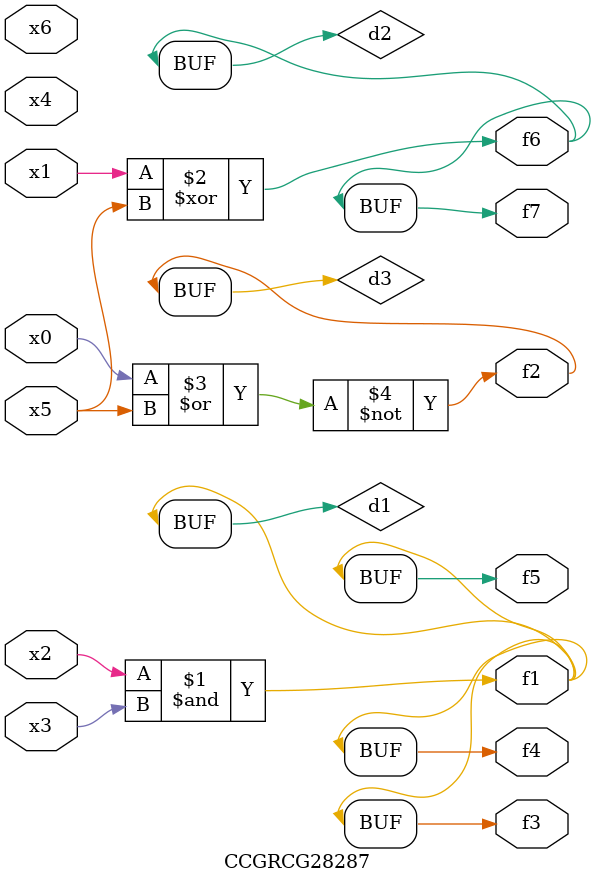
<source format=v>
module CCGRCG28287(
	input x0, x1, x2, x3, x4, x5, x6,
	output f1, f2, f3, f4, f5, f6, f7
);

	wire d1, d2, d3;

	and (d1, x2, x3);
	xor (d2, x1, x5);
	nor (d3, x0, x5);
	assign f1 = d1;
	assign f2 = d3;
	assign f3 = d1;
	assign f4 = d1;
	assign f5 = d1;
	assign f6 = d2;
	assign f7 = d2;
endmodule

</source>
